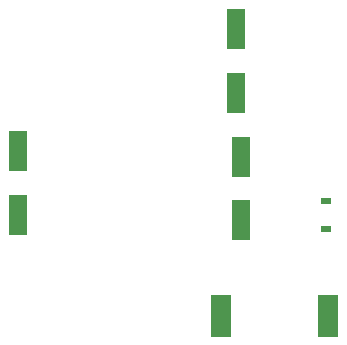
<source format=gtp>
G04 MADE WITH FRITZING*
G04 WWW.FRITZING.ORG*
G04 DOUBLE SIDED*
G04 HOLES PLATED*
G04 CONTOUR ON CENTER OF CONTOUR VECTOR*
%ASAXBY*%
%FSLAX23Y23*%
%MOIN*%
%OFA0B0*%
%SFA1.0B1.0*%
%ADD10R,0.062992X0.137795*%
%ADD11R,0.070866X0.141732*%
%ADD12R,0.032677X0.024803*%
%ADD13R,0.001000X0.001000*%
%LNPASTEMASK1*%
G90*
G70*
G54D10*
X923Y1662D03*
X923Y1450D03*
X942Y1236D03*
X942Y1024D03*
X197Y1255D03*
X197Y1042D03*
G54D11*
X876Y707D03*
X1231Y707D03*
G54D12*
X1226Y1088D03*
X1226Y997D03*
G54D13*
D02*
G04 End of PasteMask1*
M02*
</source>
